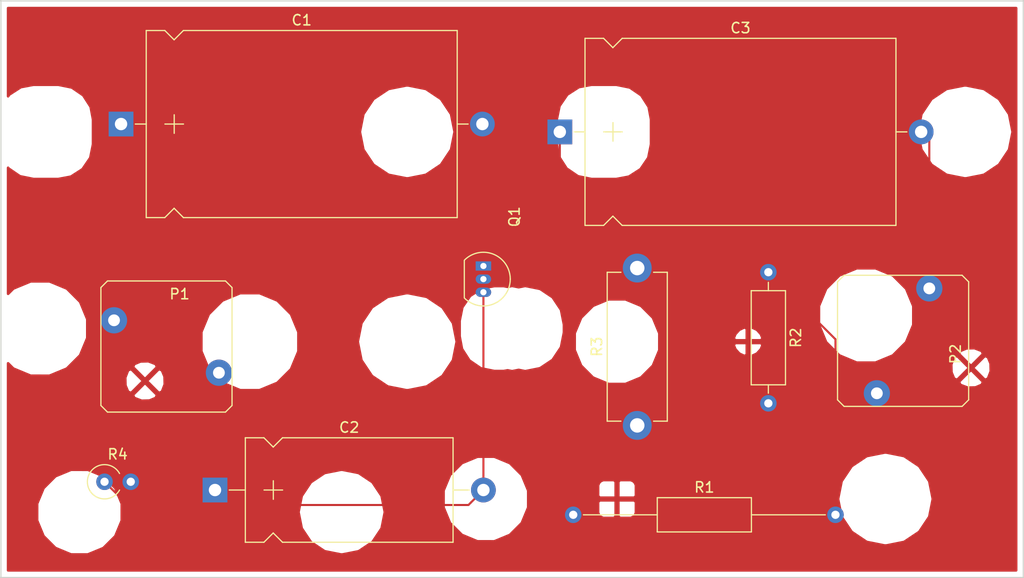
<source format=kicad_pcb>
(kicad_pcb (version 4) (host pcbnew 4.0.5)

  (general
    (links 14)
    (no_connects 0)
    (area 133.274999 64.605 232.485001 125.445)
    (thickness 1.6)
    (drawings 4)
    (tracks 30)
    (zones 0)
    (modules 10)
    (nets 8)
  )

  (page A4)
  (title_block
    (title Single_Transistor_Amplifier)
    (date 2017-05-24)
    (rev V1.0)
    (company A.UZEL)
    (comment 1 "Abdurrahman UZEL")
  )

  (layers
    (0 F.Cu signal)
    (31 B.Cu signal)
    (32 B.Adhes user)
    (33 F.Adhes user)
    (34 B.Paste user)
    (35 F.Paste user)
    (36 B.SilkS user)
    (37 F.SilkS user)
    (38 B.Mask user)
    (39 F.Mask user)
    (40 Dwgs.User user)
    (41 Cmts.User user)
    (42 Eco1.User user)
    (43 Eco2.User user)
    (44 Edge.Cuts user)
    (45 Margin user)
    (46 B.CrtYd user)
    (47 F.CrtYd user)
    (48 B.Fab user)
    (49 F.Fab user)
  )

  (setup
    (last_trace_width 0.2)
    (trace_clearance 0.15)
    (zone_clearance 0.508)
    (zone_45_only no)
    (trace_min 0.2)
    (segment_width 0.2)
    (edge_width 0.15)
    (via_size 15.24)
    (via_drill 10.16)
    (via_min_size 0.4)
    (via_min_drill 0.3)
    (uvia_size 7.62)
    (uvia_drill 2.54)
    (uvias_allowed no)
    (uvia_min_size 0.2)
    (uvia_min_drill 0.1)
    (pcb_text_width 0.3)
    (pcb_text_size 1.5 1.5)
    (mod_edge_width 0.15)
    (mod_text_size 1 1)
    (mod_text_width 0.15)
    (pad_size 1.524 1.524)
    (pad_drill 0.762)
    (pad_to_mask_clearance 0.2)
    (aux_axis_origin 0 0)
    (visible_elements 7FFFEFFF)
    (pcbplotparams
      (layerselection 0x00030_80000001)
      (usegerberextensions false)
      (excludeedgelayer true)
      (linewidth 0.100000)
      (plotframeref false)
      (viasonmask false)
      (mode 1)
      (useauxorigin false)
      (hpglpennumber 1)
      (hpglpenspeed 20)
      (hpglpendiameter 15)
      (hpglpenoverlay 2)
      (psnegative false)
      (psa4output false)
      (plotreference true)
      (plotvalue true)
      (plotinvisibletext false)
      (padsonsilk false)
      (subtractmaskfromsilk false)
      (outputformat 1)
      (mirror false)
      (drillshape 1)
      (scaleselection 1)
      (outputdirectory ""))
  )

  (net 0 "")
  (net 1 "Net-(C1-Pad1)")
  (net 2 "Net-(C1-Pad2)")
  (net 3 GND)
  (net 4 "Net-(C2-Pad2)")
  (net 5 "Net-(C3-Pad1)")
  (net 6 "Net-(C3-Pad2)")
  (net 7 +12V)

  (net_class Default "This is the default net class."
    (clearance 0.15)
    (trace_width 0.2)
    (via_dia 15.24)
    (via_drill 10.16)
    (uvia_dia 7.62)
    (uvia_drill 2.54)
    (add_net +12V)
    (add_net GND)
    (add_net "Net-(C1-Pad1)")
    (add_net "Net-(C1-Pad2)")
    (add_net "Net-(C2-Pad2)")
    (add_net "Net-(C3-Pad1)")
    (add_net "Net-(C3-Pad2)")
  )

  (net_class Power ""
    (clearance 3.81)
    (trace_width 6.35)
    (via_dia 15.24)
    (via_drill 10.16)
    (uvia_dia 7.62)
    (uvia_drill 2.54)
  )

  (module Resistors_THT:R_Axial_DIN0614_L14.3mm_D5.7mm_P15.24mm_Horizontal (layer F.Cu) (tedit 5874F706) (tstamp 5925DF2F)
    (at 195 108.44 90)
    (descr "Resistor, Axial_DIN0614 series, Axial, Horizontal, pin pitch=15.24mm, 1.5W, length*diameter=14.3*5.7mm^2")
    (tags "Resistor Axial_DIN0614 series Axial Horizontal pin pitch 15.24mm 1.5W length 14.3mm diameter 5.7mm")
    (path /58D39666)
    (fp_text reference R3 (at 7.62 -3.91 90) (layer F.SilkS)
      (effects (font (size 1 1) (thickness 0.15)))
    )
    (fp_text value 4.7k (at 7.62 3.91 90) (layer F.Fab)
      (effects (font (size 1 1) (thickness 0.15)))
    )
    (fp_line (start 0.47 -2.85) (end 0.47 2.85) (layer F.Fab) (width 0.1))
    (fp_line (start 0.47 2.85) (end 14.77 2.85) (layer F.Fab) (width 0.1))
    (fp_line (start 14.77 2.85) (end 14.77 -2.85) (layer F.Fab) (width 0.1))
    (fp_line (start 14.77 -2.85) (end 0.47 -2.85) (layer F.Fab) (width 0.1))
    (fp_line (start 0 0) (end 0.47 0) (layer F.Fab) (width 0.1))
    (fp_line (start 15.24 0) (end 14.77 0) (layer F.Fab) (width 0.1))
    (fp_line (start 0.41 -1.58) (end 0.41 -2.91) (layer F.SilkS) (width 0.12))
    (fp_line (start 0.41 -2.91) (end 14.83 -2.91) (layer F.SilkS) (width 0.12))
    (fp_line (start 14.83 -2.91) (end 14.83 -1.58) (layer F.SilkS) (width 0.12))
    (fp_line (start 0.41 1.58) (end 0.41 2.91) (layer F.SilkS) (width 0.12))
    (fp_line (start 0.41 2.91) (end 14.83 2.91) (layer F.SilkS) (width 0.12))
    (fp_line (start 14.83 2.91) (end 14.83 1.58) (layer F.SilkS) (width 0.12))
    (fp_line (start -1.65 -3.2) (end -1.65 3.2) (layer F.CrtYd) (width 0.05))
    (fp_line (start -1.65 3.2) (end 16.9 3.2) (layer F.CrtYd) (width 0.05))
    (fp_line (start 16.9 3.2) (end 16.9 -3.2) (layer F.CrtYd) (width 0.05))
    (fp_line (start 16.9 -3.2) (end -1.65 -3.2) (layer F.CrtYd) (width 0.05))
    (pad 1 thru_hole circle (at 0 0 90) (size 2.8 2.8) (drill 1.4) (layers *.Cu *.Mask)
      (net 7 +12V))
    (pad 2 thru_hole oval (at 15.24 0 90) (size 2.8 2.8) (drill 1.4) (layers *.Cu *.Mask)
      (net 5 "Net-(C3-Pad1)"))
    (model Resistors_THT.3dshapes/R_Axial_DIN0614_L14.3mm_D5.7mm_P15.24mm_Horizontal.wrl
      (at (xyz 0 0 0))
      (scale (xyz 0.393701 0.393701 0.393701))
      (rotate (xyz 0 0 0))
    )
  )

  (module Capacitors_THT:CP_Axial_L30.0mm_D18.0mm_P35.00mm_Horizontal (layer F.Cu) (tedit 5920C254) (tstamp 5925DE71)
    (at 145 79.25)
    (descr "CP, Axial series, Axial, Horizontal, pin pitch=35mm, , length*diameter=30*18mm^2, Electrolytic Capacitor, , http://www.vishay.com/docs/28325/021asm.pdf")
    (tags "CP Axial series Axial Horizontal pin pitch 35mm  length 30mm diameter 18mm Electrolytic Capacitor")
    (path /58D39819)
    (fp_text reference C1 (at 17.5 -10.06) (layer F.SilkS)
      (effects (font (size 1 1) (thickness 0.15)))
    )
    (fp_text value 20uF (at 17.5 10.06) (layer F.Fab)
      (effects (font (size 1 1) (thickness 0.15)))
    )
    (fp_text user %R (at 17.5 0) (layer F.Fab)
      (effects (font (size 1 1) (thickness 0.15)))
    )
    (fp_line (start 2.5 -9) (end 2.5 9) (layer F.Fab) (width 0.1))
    (fp_line (start 32.5 -9) (end 32.5 9) (layer F.Fab) (width 0.1))
    (fp_line (start 2.5 -9) (end 4.24 -9) (layer F.Fab) (width 0.1))
    (fp_line (start 4.24 -9) (end 5.14 -8.1) (layer F.Fab) (width 0.1))
    (fp_line (start 5.14 -8.1) (end 6.04 -9) (layer F.Fab) (width 0.1))
    (fp_line (start 6.04 -9) (end 32.5 -9) (layer F.Fab) (width 0.1))
    (fp_line (start 2.5 9) (end 4.24 9) (layer F.Fab) (width 0.1))
    (fp_line (start 4.24 9) (end 5.14 8.1) (layer F.Fab) (width 0.1))
    (fp_line (start 5.14 8.1) (end 6.04 9) (layer F.Fab) (width 0.1))
    (fp_line (start 6.04 9) (end 32.5 9) (layer F.Fab) (width 0.1))
    (fp_line (start 0 0) (end 2.5 0) (layer F.Fab) (width 0.1))
    (fp_line (start 35 0) (end 32.5 0) (layer F.Fab) (width 0.1))
    (fp_line (start 4.25 0) (end 6.05 0) (layer F.Fab) (width 0.1))
    (fp_line (start 5.15 -0.9) (end 5.15 0.9) (layer F.Fab) (width 0.1))
    (fp_line (start 4.25 0) (end 6.05 0) (layer F.SilkS) (width 0.12))
    (fp_line (start 5.15 -0.9) (end 5.15 0.9) (layer F.SilkS) (width 0.12))
    (fp_line (start 2.44 -9.06) (end 2.44 9.06) (layer F.SilkS) (width 0.12))
    (fp_line (start 32.56 -9.06) (end 32.56 9.06) (layer F.SilkS) (width 0.12))
    (fp_line (start 2.44 -9.06) (end 4.24 -9.06) (layer F.SilkS) (width 0.12))
    (fp_line (start 4.24 -9.06) (end 5.14 -8.16) (layer F.SilkS) (width 0.12))
    (fp_line (start 5.14 -8.16) (end 6.04 -9.06) (layer F.SilkS) (width 0.12))
    (fp_line (start 6.04 -9.06) (end 32.56 -9.06) (layer F.SilkS) (width 0.12))
    (fp_line (start 2.44 9.06) (end 4.24 9.06) (layer F.SilkS) (width 0.12))
    (fp_line (start 4.24 9.06) (end 5.14 8.16) (layer F.SilkS) (width 0.12))
    (fp_line (start 5.14 8.16) (end 6.04 9.06) (layer F.SilkS) (width 0.12))
    (fp_line (start 6.04 9.06) (end 32.56 9.06) (layer F.SilkS) (width 0.12))
    (fp_line (start 1.38 0) (end 2.44 0) (layer F.SilkS) (width 0.12))
    (fp_line (start 33.62 0) (end 32.56 0) (layer F.SilkS) (width 0.12))
    (fp_line (start -1.45 -9.35) (end -1.45 9.35) (layer F.CrtYd) (width 0.05))
    (fp_line (start -1.45 9.35) (end 36.45 9.35) (layer F.CrtYd) (width 0.05))
    (fp_line (start 36.45 9.35) (end 36.45 -9.35) (layer F.CrtYd) (width 0.05))
    (fp_line (start 36.45 -9.35) (end -1.45 -9.35) (layer F.CrtYd) (width 0.05))
    (pad 1 thru_hole rect (at 0 0) (size 2.4 2.4) (drill 1.2) (layers *.Cu *.Mask)
      (net 1 "Net-(C1-Pad1)"))
    (pad 2 thru_hole oval (at 35 0) (size 2.4 2.4) (drill 1.2) (layers *.Cu *.Mask)
      (net 2 "Net-(C1-Pad2)"))
    (model ${KISYS3DMOD}/Capacitors_THT.3dshapes/CP_Axial_L30.0mm_D18.0mm_P35.00mm_Horizontal.wrl
      (at (xyz 0 0 0))
      (scale (xyz 0.393701 0.393701 0.393701))
      (rotate (xyz 0 0 0))
    )
  )

  (module Capacitors_THT:CP_Axial_L20.0mm_D10.0mm_P26.00mm_Horizontal (layer F.Cu) (tedit 5920C254) (tstamp 5925DE98)
    (at 154.1 114.7)
    (descr "CP, Axial series, Axial, Horizontal, pin pitch=26mm, , length*diameter=20*10mm^2, Electrolytic Capacitor, , http://www.kemet.com/Lists/ProductCatalog/Attachments/424/KEM_AC102.pdf")
    (tags "CP Axial series Axial Horizontal pin pitch 26mm  length 20mm diameter 10mm Electrolytic Capacitor")
    (path /58D3998E)
    (fp_text reference C2 (at 13 -6.06) (layer F.SilkS)
      (effects (font (size 1 1) (thickness 0.15)))
    )
    (fp_text value 50uF (at 13 6.06) (layer F.Fab)
      (effects (font (size 1 1) (thickness 0.15)))
    )
    (fp_text user %R (at 13 0) (layer F.Fab)
      (effects (font (size 1 1) (thickness 0.15)))
    )
    (fp_line (start 3 -5) (end 3 5) (layer F.Fab) (width 0.1))
    (fp_line (start 23 -5) (end 23 5) (layer F.Fab) (width 0.1))
    (fp_line (start 3 -5) (end 4.74 -5) (layer F.Fab) (width 0.1))
    (fp_line (start 4.74 -5) (end 5.64 -4.1) (layer F.Fab) (width 0.1))
    (fp_line (start 5.64 -4.1) (end 6.54 -5) (layer F.Fab) (width 0.1))
    (fp_line (start 6.54 -5) (end 23 -5) (layer F.Fab) (width 0.1))
    (fp_line (start 3 5) (end 4.74 5) (layer F.Fab) (width 0.1))
    (fp_line (start 4.74 5) (end 5.64 4.1) (layer F.Fab) (width 0.1))
    (fp_line (start 5.64 4.1) (end 6.54 5) (layer F.Fab) (width 0.1))
    (fp_line (start 6.54 5) (end 23 5) (layer F.Fab) (width 0.1))
    (fp_line (start 0 0) (end 3 0) (layer F.Fab) (width 0.1))
    (fp_line (start 26 0) (end 23 0) (layer F.Fab) (width 0.1))
    (fp_line (start 4.75 0) (end 6.55 0) (layer F.Fab) (width 0.1))
    (fp_line (start 5.65 -0.9) (end 5.65 0.9) (layer F.Fab) (width 0.1))
    (fp_line (start 4.75 0) (end 6.55 0) (layer F.SilkS) (width 0.12))
    (fp_line (start 5.65 -0.9) (end 5.65 0.9) (layer F.SilkS) (width 0.12))
    (fp_line (start 2.94 -5.06) (end 2.94 5.06) (layer F.SilkS) (width 0.12))
    (fp_line (start 23.06 -5.06) (end 23.06 5.06) (layer F.SilkS) (width 0.12))
    (fp_line (start 2.94 -5.06) (end 4.74 -5.06) (layer F.SilkS) (width 0.12))
    (fp_line (start 4.74 -5.06) (end 5.64 -4.16) (layer F.SilkS) (width 0.12))
    (fp_line (start 5.64 -4.16) (end 6.54 -5.06) (layer F.SilkS) (width 0.12))
    (fp_line (start 6.54 -5.06) (end 23.06 -5.06) (layer F.SilkS) (width 0.12))
    (fp_line (start 2.94 5.06) (end 4.74 5.06) (layer F.SilkS) (width 0.12))
    (fp_line (start 4.74 5.06) (end 5.64 4.16) (layer F.SilkS) (width 0.12))
    (fp_line (start 5.64 4.16) (end 6.54 5.06) (layer F.SilkS) (width 0.12))
    (fp_line (start 6.54 5.06) (end 23.06 5.06) (layer F.SilkS) (width 0.12))
    (fp_line (start 1.38 0) (end 2.94 0) (layer F.SilkS) (width 0.12))
    (fp_line (start 24.62 0) (end 23.06 0) (layer F.SilkS) (width 0.12))
    (fp_line (start -1.45 -5.35) (end -1.45 5.35) (layer F.CrtYd) (width 0.05))
    (fp_line (start -1.45 5.35) (end 27.45 5.35) (layer F.CrtYd) (width 0.05))
    (fp_line (start 27.45 5.35) (end 27.45 -5.35) (layer F.CrtYd) (width 0.05))
    (fp_line (start 27.45 -5.35) (end -1.45 -5.35) (layer F.CrtYd) (width 0.05))
    (pad 1 thru_hole rect (at 0 0) (size 2.4 2.4) (drill 1.2) (layers *.Cu *.Mask)
      (net 3 GND))
    (pad 2 thru_hole oval (at 26 0) (size 2.4 2.4) (drill 1.2) (layers *.Cu *.Mask)
      (net 4 "Net-(C2-Pad2)"))
    (model ${KISYS3DMOD}/Capacitors_THT.3dshapes/CP_Axial_L20.0mm_D10.0mm_P26.00mm_Horizontal.wrl
      (at (xyz 0 0 0))
      (scale (xyz 0.393701 0.393701 0.393701))
      (rotate (xyz 0 0 0))
    )
  )

  (module Capacitors_THT:CP_Axial_L30.0mm_D18.0mm_P35.00mm_Horizontal (layer F.Cu) (tedit 5920C254) (tstamp 5925DEBF)
    (at 187.5 80.01)
    (descr "CP, Axial series, Axial, Horizontal, pin pitch=35mm, , length*diameter=30*18mm^2, Electrolytic Capacitor, , http://www.vishay.com/docs/28325/021asm.pdf")
    (tags "CP Axial series Axial Horizontal pin pitch 35mm  length 30mm diameter 18mm Electrolytic Capacitor")
    (path /58D398A2)
    (fp_text reference C3 (at 17.5 -10.06) (layer F.SilkS)
      (effects (font (size 1 1) (thickness 0.15)))
    )
    (fp_text value 20uF (at 17.5 10.06) (layer F.Fab)
      (effects (font (size 1 1) (thickness 0.15)))
    )
    (fp_text user %R (at 17.5 0) (layer F.Fab)
      (effects (font (size 1 1) (thickness 0.15)))
    )
    (fp_line (start 2.5 -9) (end 2.5 9) (layer F.Fab) (width 0.1))
    (fp_line (start 32.5 -9) (end 32.5 9) (layer F.Fab) (width 0.1))
    (fp_line (start 2.5 -9) (end 4.24 -9) (layer F.Fab) (width 0.1))
    (fp_line (start 4.24 -9) (end 5.14 -8.1) (layer F.Fab) (width 0.1))
    (fp_line (start 5.14 -8.1) (end 6.04 -9) (layer F.Fab) (width 0.1))
    (fp_line (start 6.04 -9) (end 32.5 -9) (layer F.Fab) (width 0.1))
    (fp_line (start 2.5 9) (end 4.24 9) (layer F.Fab) (width 0.1))
    (fp_line (start 4.24 9) (end 5.14 8.1) (layer F.Fab) (width 0.1))
    (fp_line (start 5.14 8.1) (end 6.04 9) (layer F.Fab) (width 0.1))
    (fp_line (start 6.04 9) (end 32.5 9) (layer F.Fab) (width 0.1))
    (fp_line (start 0 0) (end 2.5 0) (layer F.Fab) (width 0.1))
    (fp_line (start 35 0) (end 32.5 0) (layer F.Fab) (width 0.1))
    (fp_line (start 4.25 0) (end 6.05 0) (layer F.Fab) (width 0.1))
    (fp_line (start 5.15 -0.9) (end 5.15 0.9) (layer F.Fab) (width 0.1))
    (fp_line (start 4.25 0) (end 6.05 0) (layer F.SilkS) (width 0.12))
    (fp_line (start 5.15 -0.9) (end 5.15 0.9) (layer F.SilkS) (width 0.12))
    (fp_line (start 2.44 -9.06) (end 2.44 9.06) (layer F.SilkS) (width 0.12))
    (fp_line (start 32.56 -9.06) (end 32.56 9.06) (layer F.SilkS) (width 0.12))
    (fp_line (start 2.44 -9.06) (end 4.24 -9.06) (layer F.SilkS) (width 0.12))
    (fp_line (start 4.24 -9.06) (end 5.14 -8.16) (layer F.SilkS) (width 0.12))
    (fp_line (start 5.14 -8.16) (end 6.04 -9.06) (layer F.SilkS) (width 0.12))
    (fp_line (start 6.04 -9.06) (end 32.56 -9.06) (layer F.SilkS) (width 0.12))
    (fp_line (start 2.44 9.06) (end 4.24 9.06) (layer F.SilkS) (width 0.12))
    (fp_line (start 4.24 9.06) (end 5.14 8.16) (layer F.SilkS) (width 0.12))
    (fp_line (start 5.14 8.16) (end 6.04 9.06) (layer F.SilkS) (width 0.12))
    (fp_line (start 6.04 9.06) (end 32.56 9.06) (layer F.SilkS) (width 0.12))
    (fp_line (start 1.38 0) (end 2.44 0) (layer F.SilkS) (width 0.12))
    (fp_line (start 33.62 0) (end 32.56 0) (layer F.SilkS) (width 0.12))
    (fp_line (start -1.45 -9.35) (end -1.45 9.35) (layer F.CrtYd) (width 0.05))
    (fp_line (start -1.45 9.35) (end 36.45 9.35) (layer F.CrtYd) (width 0.05))
    (fp_line (start 36.45 9.35) (end 36.45 -9.35) (layer F.CrtYd) (width 0.05))
    (fp_line (start 36.45 -9.35) (end -1.45 -9.35) (layer F.CrtYd) (width 0.05))
    (pad 1 thru_hole rect (at 0 0) (size 2.4 2.4) (drill 1.2) (layers *.Cu *.Mask)
      (net 5 "Net-(C3-Pad1)"))
    (pad 2 thru_hole oval (at 35 0) (size 2.4 2.4) (drill 1.2) (layers *.Cu *.Mask)
      (net 6 "Net-(C3-Pad2)"))
    (model ${KISYS3DMOD}/Capacitors_THT.3dshapes/CP_Axial_L30.0mm_D18.0mm_P35.00mm_Horizontal.wrl
      (at (xyz 0 0 0))
      (scale (xyz 0.393701 0.393701 0.393701))
      (rotate (xyz 0 0 0))
    )
  )

  (module Buttons_Switches_THT:SW_PUSH (layer F.Cu) (tedit 0) (tstamp 5925DECD)
    (at 149.4 100.8)
    (descr "Bouton poussoir")
    (tags "SWITCH DEV")
    (path /58D39BD1)
    (fp_text reference P1 (at 1.27 -5.08) (layer F.SilkS)
      (effects (font (size 1 1) (thickness 0.15)))
    )
    (fp_text value SIGNAL_IN (at 0 0) (layer F.Fab)
      (effects (font (size 1 1) (thickness 0.15)))
    )
    (fp_line (start 6.35 -5.715) (end 6.35 5.715) (layer F.SilkS) (width 0.12))
    (fp_line (start 6.35 5.715) (end 5.715 6.35) (layer F.SilkS) (width 0.12))
    (fp_line (start 5.715 6.35) (end -5.715 6.35) (layer F.SilkS) (width 0.12))
    (fp_line (start -5.715 6.35) (end -6.35 5.715) (layer F.SilkS) (width 0.12))
    (fp_line (start -6.35 5.715) (end -6.35 -5.715) (layer F.SilkS) (width 0.12))
    (fp_line (start -5.715 -6.35) (end 5.715 -6.35) (layer F.SilkS) (width 0.12))
    (fp_line (start 5.715 -6.35) (end 6.35 -5.715) (layer F.SilkS) (width 0.12))
    (fp_line (start -6.35 -5.715) (end -5.715 -6.35) (layer F.SilkS) (width 0.12))
    (pad 1 thru_hole circle (at -5.08 -2.54) (size 2.54 2.54) (drill 1.143) (layers *.Cu *.Mask)
      (net 1 "Net-(C1-Pad1)"))
    (pad 2 thru_hole circle (at 5.08 2.54) (size 2.54 2.54) (drill 1.143) (layers *.Cu *.Mask)
      (net 3 GND))
    (model Buttons_Switches_THT.3dshapes/SW_PUSH.wrl
      (at (xyz 0 0 0))
      (scale (xyz 1 1 1))
      (rotate (xyz 0 0 0))
    )
  )

  (module Buttons_Switches_THT:SW_PUSH (layer F.Cu) (tedit 0) (tstamp 5925DEDB)
    (at 220.75 100.25 270)
    (descr "Bouton poussoir")
    (tags "SWITCH DEV")
    (path /58D39C5C)
    (fp_text reference P2 (at 1.27 -5.08 270) (layer F.SilkS)
      (effects (font (size 1 1) (thickness 0.15)))
    )
    (fp_text value SIGNAL_OUT (at 0 0 270) (layer F.Fab)
      (effects (font (size 1 1) (thickness 0.15)))
    )
    (fp_line (start 6.35 -5.715) (end 6.35 5.715) (layer F.SilkS) (width 0.12))
    (fp_line (start 6.35 5.715) (end 5.715 6.35) (layer F.SilkS) (width 0.12))
    (fp_line (start 5.715 6.35) (end -5.715 6.35) (layer F.SilkS) (width 0.12))
    (fp_line (start -5.715 6.35) (end -6.35 5.715) (layer F.SilkS) (width 0.12))
    (fp_line (start -6.35 5.715) (end -6.35 -5.715) (layer F.SilkS) (width 0.12))
    (fp_line (start -5.715 -6.35) (end 5.715 -6.35) (layer F.SilkS) (width 0.12))
    (fp_line (start 5.715 -6.35) (end 6.35 -5.715) (layer F.SilkS) (width 0.12))
    (fp_line (start -6.35 -5.715) (end -5.715 -6.35) (layer F.SilkS) (width 0.12))
    (pad 1 thru_hole circle (at -5.08 -2.54 270) (size 2.54 2.54) (drill 1.143) (layers *.Cu *.Mask)
      (net 6 "Net-(C3-Pad2)"))
    (pad 2 thru_hole circle (at 5.08 2.54 270) (size 2.54 2.54) (drill 1.143) (layers *.Cu *.Mask)
      (net 3 GND))
    (model Buttons_Switches_THT.3dshapes/SW_PUSH.wrl
      (at (xyz 0 0 0))
      (scale (xyz 1 1 1))
      (rotate (xyz 0 0 0))
    )
  )

  (module TO_SOT_Packages_THT:TO-92_Inline_Narrow_Oval (layer F.Cu) (tedit 58CE52AF) (tstamp 5925DEED)
    (at 180.1 93 270)
    (descr "TO-92 leads in-line, narrow, oval pads, drill 0.6mm (see NXP sot054_po.pdf)")
    (tags "to-92 sc-43 sc-43a sot54 PA33 transistor")
    (path /58D395D5)
    (fp_text reference Q1 (at -4.77 -3 270) (layer F.SilkS)
      (effects (font (size 1 1) (thickness 0.15)))
    )
    (fp_text value BC548 (at -3.77 3.75 270) (layer F.Fab)
      (effects (font (size 1 1) (thickness 0.15)))
    )
    (fp_text user %R (at -4.77 -1.25 270) (layer F.Fab)
      (effects (font (size 1 1) (thickness 0.15)))
    )
    (fp_line (start -0.53 1.85) (end 3.07 1.85) (layer F.SilkS) (width 0.12))
    (fp_line (start -0.5 1.75) (end 3 1.75) (layer F.Fab) (width 0.1))
    (fp_line (start -1.46 -2.73) (end 4 -2.73) (layer F.CrtYd) (width 0.05))
    (fp_line (start -1.46 -2.73) (end -1.46 2.01) (layer F.CrtYd) (width 0.05))
    (fp_line (start 4 2.01) (end 4 -2.73) (layer F.CrtYd) (width 0.05))
    (fp_line (start 4 2.01) (end -1.46 2.01) (layer F.CrtYd) (width 0.05))
    (fp_arc (start 1.27 0) (end 1.27 -2.48) (angle 135) (layer F.Fab) (width 0.1))
    (fp_arc (start 1.27 0) (end 1.27 -2.6) (angle -135) (layer F.SilkS) (width 0.12))
    (fp_arc (start 1.27 0) (end 1.27 -2.48) (angle -135) (layer F.Fab) (width 0.1))
    (fp_arc (start 1.27 0) (end 1.27 -2.6) (angle 135) (layer F.SilkS) (width 0.12))
    (pad 2 thru_hole oval (at 1.27 0 90) (size 0.9 1.5) (drill 0.6) (layers *.Cu *.Mask)
      (net 2 "Net-(C1-Pad2)"))
    (pad 3 thru_hole oval (at 2.54 0 90) (size 0.9 1.5) (drill 0.6) (layers *.Cu *.Mask)
      (net 4 "Net-(C2-Pad2)"))
    (pad 1 thru_hole rect (at 0 0 90) (size 0.9 1.5) (drill 0.6) (layers *.Cu *.Mask)
      (net 5 "Net-(C3-Pad1)"))
    (model ${KISYS3DMOD}/TO_SOT_Packages_THT.3dshapes/TO-92_Inline_Narrow_Oval.wrl
      (at (xyz 0.05 0 0))
      (scale (xyz 1 1 1))
      (rotate (xyz 0 0 -90))
    )
  )

  (module Resistors_THT:R_Axial_DIN0309_L9.0mm_D3.2mm_P25.40mm_Horizontal (layer F.Cu) (tedit 5874F706) (tstamp 5925DF03)
    (at 188.8 117.1)
    (descr "Resistor, Axial_DIN0309 series, Axial, Horizontal, pin pitch=25.4mm, 0.5W = 1/2W, length*diameter=9*3.2mm^2, http://cdn-reichelt.de/documents/datenblatt/B400/1_4W%23YAG.pdf")
    (tags "Resistor Axial_DIN0309 series Axial Horizontal pin pitch 25.4mm 0.5W = 1/2W length 9mm diameter 3.2mm")
    (path /58D3970A)
    (fp_text reference R1 (at 12.7 -2.66) (layer F.SilkS)
      (effects (font (size 1 1) (thickness 0.15)))
    )
    (fp_text value 22k (at 12.7 2.66) (layer F.Fab)
      (effects (font (size 1 1) (thickness 0.15)))
    )
    (fp_line (start 8.2 -1.6) (end 8.2 1.6) (layer F.Fab) (width 0.1))
    (fp_line (start 8.2 1.6) (end 17.2 1.6) (layer F.Fab) (width 0.1))
    (fp_line (start 17.2 1.6) (end 17.2 -1.6) (layer F.Fab) (width 0.1))
    (fp_line (start 17.2 -1.6) (end 8.2 -1.6) (layer F.Fab) (width 0.1))
    (fp_line (start 0 0) (end 8.2 0) (layer F.Fab) (width 0.1))
    (fp_line (start 25.4 0) (end 17.2 0) (layer F.Fab) (width 0.1))
    (fp_line (start 8.14 -1.66) (end 8.14 1.66) (layer F.SilkS) (width 0.12))
    (fp_line (start 8.14 1.66) (end 17.26 1.66) (layer F.SilkS) (width 0.12))
    (fp_line (start 17.26 1.66) (end 17.26 -1.66) (layer F.SilkS) (width 0.12))
    (fp_line (start 17.26 -1.66) (end 8.14 -1.66) (layer F.SilkS) (width 0.12))
    (fp_line (start 0.98 0) (end 8.14 0) (layer F.SilkS) (width 0.12))
    (fp_line (start 24.42 0) (end 17.26 0) (layer F.SilkS) (width 0.12))
    (fp_line (start -1.05 -1.95) (end -1.05 1.95) (layer F.CrtYd) (width 0.05))
    (fp_line (start -1.05 1.95) (end 26.45 1.95) (layer F.CrtYd) (width 0.05))
    (fp_line (start 26.45 1.95) (end 26.45 -1.95) (layer F.CrtYd) (width 0.05))
    (fp_line (start 26.45 -1.95) (end -1.05 -1.95) (layer F.CrtYd) (width 0.05))
    (pad 1 thru_hole circle (at 0 0) (size 1.6 1.6) (drill 0.8) (layers *.Cu *.Mask)
      (net 7 +12V))
    (pad 2 thru_hole oval (at 25.4 0) (size 1.6 1.6) (drill 0.8) (layers *.Cu *.Mask)
      (net 2 "Net-(C1-Pad2)"))
    (model Resistors_THT.3dshapes/R_Axial_DIN0309_L9.0mm_D3.2mm_P25.40mm_Horizontal.wrl
      (at (xyz 0 0 0))
      (scale (xyz 0.393701 0.393701 0.393701))
      (rotate (xyz 0 0 0))
    )
  )

  (module Resistors_THT:R_Axial_DIN0309_L9.0mm_D3.2mm_P12.70mm_Horizontal (layer F.Cu) (tedit 5874F706) (tstamp 5925DF19)
    (at 207.7 93.6 270)
    (descr "Resistor, Axial_DIN0309 series, Axial, Horizontal, pin pitch=12.7mm, 0.5W = 1/2W, length*diameter=9*3.2mm^2, http://cdn-reichelt.de/documents/datenblatt/B400/1_4W%23YAG.pdf")
    (tags "Resistor Axial_DIN0309 series Axial Horizontal pin pitch 12.7mm 0.5W = 1/2W length 9mm diameter 3.2mm")
    (path /58D3976F)
    (fp_text reference R2 (at 6.35 -2.66 270) (layer F.SilkS)
      (effects (font (size 1 1) (thickness 0.15)))
    )
    (fp_text value 6.8k (at 6.35 2.66 270) (layer F.Fab)
      (effects (font (size 1 1) (thickness 0.15)))
    )
    (fp_line (start 1.85 -1.6) (end 1.85 1.6) (layer F.Fab) (width 0.1))
    (fp_line (start 1.85 1.6) (end 10.85 1.6) (layer F.Fab) (width 0.1))
    (fp_line (start 10.85 1.6) (end 10.85 -1.6) (layer F.Fab) (width 0.1))
    (fp_line (start 10.85 -1.6) (end 1.85 -1.6) (layer F.Fab) (width 0.1))
    (fp_line (start 0 0) (end 1.85 0) (layer F.Fab) (width 0.1))
    (fp_line (start 12.7 0) (end 10.85 0) (layer F.Fab) (width 0.1))
    (fp_line (start 1.79 -1.66) (end 1.79 1.66) (layer F.SilkS) (width 0.12))
    (fp_line (start 1.79 1.66) (end 10.91 1.66) (layer F.SilkS) (width 0.12))
    (fp_line (start 10.91 1.66) (end 10.91 -1.66) (layer F.SilkS) (width 0.12))
    (fp_line (start 10.91 -1.66) (end 1.79 -1.66) (layer F.SilkS) (width 0.12))
    (fp_line (start 0.98 0) (end 1.79 0) (layer F.SilkS) (width 0.12))
    (fp_line (start 11.72 0) (end 10.91 0) (layer F.SilkS) (width 0.12))
    (fp_line (start -1.05 -1.95) (end -1.05 1.95) (layer F.CrtYd) (width 0.05))
    (fp_line (start -1.05 1.95) (end 13.75 1.95) (layer F.CrtYd) (width 0.05))
    (fp_line (start 13.75 1.95) (end 13.75 -1.95) (layer F.CrtYd) (width 0.05))
    (fp_line (start 13.75 -1.95) (end -1.05 -1.95) (layer F.CrtYd) (width 0.05))
    (pad 1 thru_hole circle (at 0 0 270) (size 1.6 1.6) (drill 0.8) (layers *.Cu *.Mask)
      (net 2 "Net-(C1-Pad2)"))
    (pad 2 thru_hole oval (at 12.7 0 270) (size 1.6 1.6) (drill 0.8) (layers *.Cu *.Mask)
      (net 3 GND))
    (model Resistors_THT.3dshapes/R_Axial_DIN0309_L9.0mm_D3.2mm_P12.70mm_Horizontal.wrl
      (at (xyz 0 0 0))
      (scale (xyz 0.393701 0.393701 0.393701))
      (rotate (xyz 0 0 0))
    )
  )

  (module Resistors_THT:R_Axial_DIN0309_L9.0mm_D3.2mm_P2.54mm_Vertical (layer F.Cu) (tedit 5874F706) (tstamp 5925DF3C)
    (at 143.4 113.9)
    (descr "Resistor, Axial_DIN0309 series, Axial, Vertical, pin pitch=2.54mm, 0.5W = 1/2W, length*diameter=9*3.2mm^2, http://cdn-reichelt.de/documents/datenblatt/B400/1_4W%23YAG.pdf")
    (tags "Resistor Axial_DIN0309 series Axial Vertical pin pitch 2.54mm 0.5W = 1/2W length 9mm diameter 3.2mm")
    (path /58D397D6)
    (fp_text reference R4 (at 1.27 -2.66) (layer F.SilkS)
      (effects (font (size 1 1) (thickness 0.15)))
    )
    (fp_text value 1.8k (at 1.27 2.66) (layer F.Fab)
      (effects (font (size 1 1) (thickness 0.15)))
    )
    (fp_arc (start 0 0) (end 1.45451 -0.8) (angle -302.4) (layer F.SilkS) (width 0.12))
    (fp_circle (center 0 0) (end 1.6 0) (layer F.Fab) (width 0.1))
    (fp_line (start 0 0) (end 2.54 0) (layer F.Fab) (width 0.1))
    (fp_line (start -1.95 -1.95) (end -1.95 1.95) (layer F.CrtYd) (width 0.05))
    (fp_line (start -1.95 1.95) (end 3.65 1.95) (layer F.CrtYd) (width 0.05))
    (fp_line (start 3.65 1.95) (end 3.65 -1.95) (layer F.CrtYd) (width 0.05))
    (fp_line (start 3.65 -1.95) (end -1.95 -1.95) (layer F.CrtYd) (width 0.05))
    (pad 1 thru_hole circle (at 0 0) (size 1.6 1.6) (drill 0.8) (layers *.Cu *.Mask)
      (net 4 "Net-(C2-Pad2)"))
    (pad 2 thru_hole oval (at 2.54 0) (size 1.6 1.6) (drill 0.8) (layers *.Cu *.Mask)
      (net 3 GND))
    (model Resistors_THT.3dshapes/R_Axial_DIN0309_L9.0mm_D3.2mm_P2.54mm_Vertical.wrl
      (at (xyz 0 0 0))
      (scale (xyz 0.393701 0.393701 0.393701))
      (rotate (xyz 0 0 0))
    )
  )

  (gr_line (start 133.35 67.31) (end 133.35 123.19) (layer Edge.Cuts) (width 0.15))
  (gr_line (start 232.41 67.31) (end 133.35 67.31) (layer Edge.Cuts) (width 0.15))
  (gr_line (start 232.41 123.19) (end 232.41 67.31) (layer Edge.Cuts) (width 0.15))
  (gr_line (start 133.35 123.19) (end 232.41 123.19) (layer Edge.Cuts) (width 0.15))

  (segment (start 144.32 98.26) (end 144.32 79.93) (width 0.2) (layer F.Cu) (net 1))
  (segment (start 144.32 79.93) (end 145 79.25) (width 0.2) (layer F.Cu) (net 1))
  (segment (start 207.7 93.6) (end 214.2 100.1) (width 0.2) (layer F.Cu) (net 2))
  (segment (start 214.2 100.1) (end 214.2 117.1) (width 0.2) (layer F.Cu) (net 2))
  (segment (start 207.7 93.6) (end 206.56863 93.6) (width 0.2) (layer F.Cu) (net 2))
  (segment (start 206.56863 93.6) (end 205.318629 94.850001) (width 0.2) (layer F.Cu) (net 2))
  (segment (start 205.318629 94.850001) (end 181.630001 94.850001) (width 0.2) (layer F.Cu) (net 2))
  (segment (start 181.630001 94.850001) (end 181.05 94.27) (width 0.2) (layer F.Cu) (net 2))
  (segment (start 181.05 94.27) (end 180.1 94.27) (width 0.2) (layer F.Cu) (net 2))
  (segment (start 180 79.25) (end 180 80.947056) (width 0.2) (layer F.Cu) (net 2))
  (segment (start 180 80.947056) (end 179.099999 81.847057) (width 0.2) (layer F.Cu) (net 2))
  (segment (start 179.099999 81.847057) (end 179.099999 93.569999) (width 0.2) (layer F.Cu) (net 2))
  (segment (start 179.099999 93.569999) (end 179.8 94.27) (width 0.2) (layer F.Cu) (net 2))
  (segment (start 179.8 94.27) (end 180.1 94.27) (width 0.2) (layer F.Cu) (net 2))
  (segment (start 154.48 103.34) (end 154.48 114.32) (width 0.2) (layer F.Cu) (net 3))
  (segment (start 154.48 114.32) (end 154.1 114.7) (width 0.2) (layer F.Cu) (net 3))
  (segment (start 180.1 114.7) (end 180.1 95.54) (width 0.2) (layer F.Cu) (net 4))
  (segment (start 143.4 113.9) (end 145.650001 116.150001) (width 0.2) (layer F.Cu) (net 4))
  (segment (start 145.650001 116.150001) (end 178.649999 116.150001) (width 0.2) (layer F.Cu) (net 4))
  (segment (start 178.649999 116.150001) (end 178.900001 115.899999) (width 0.2) (layer F.Cu) (net 4))
  (segment (start 178.900001 115.899999) (end 180.1 114.7) (width 0.2) (layer F.Cu) (net 4))
  (segment (start 195 93.2) (end 180.3 93.2) (width 0.2) (layer F.Cu) (net 5))
  (segment (start 180.3 93.2) (end 180.1 93) (width 0.2) (layer F.Cu) (net 5))
  (segment (start 187.5 80.01) (end 187.5 85.9) (width 0.2) (layer F.Cu) (net 5))
  (segment (start 187.5 85.9) (end 180.4 93) (width 0.2) (layer F.Cu) (net 5))
  (segment (start 180.4 93) (end 180.1 93) (width 0.2) (layer F.Cu) (net 5))
  (segment (start 223.29 95.17) (end 223.29 80.8) (width 0.2) (layer F.Cu) (net 6))
  (segment (start 223.29 80.8) (end 222.5 80.01) (width 0.2) (layer F.Cu) (net 6))
  (segment (start 188.8 117.1) (end 188.8 114.64) (width 0.2) (layer F.Cu) (net 7))
  (segment (start 188.8 114.64) (end 195 108.44) (width 0.2) (layer F.Cu) (net 7))

  (zone (net 3) (net_name GND) (layer F.Cu) (tstamp 0) (hatch edge 0.508)
    (connect_pads (clearance 0.508))
    (min_thickness 0.254)
    (fill yes (arc_segments 16) (thermal_gap 0.508) (thermal_bridge_width 0.508))
    (polygon
      (pts
        (xy 232.41 67.31) (xy 133.35 67.31) (xy 133.35 123.19) (xy 232.41 123.19)
      )
    )
    (filled_polygon
      (pts
        (xy 231.7 122.48) (xy 134.06 122.48) (xy 134.06 117.652359) (xy 136.867289 117.652359) (xy 137.490466 119.160561)
        (xy 138.64337 120.315479) (xy 140.150482 120.941286) (xy 141.782359 120.942711) (xy 143.290561 120.319534) (xy 144.445479 119.16663)
        (xy 145.071286 117.659518) (xy 145.072001 116.84) (xy 162.187637 116.84) (xy 162.499883 118.409767) (xy 163.389085 119.740552)
        (xy 164.71987 120.629754) (xy 166.289637 120.942) (xy 166.450363 120.942) (xy 168.02013 120.629754) (xy 169.350915 119.740552)
        (xy 170.240117 118.409767) (xy 170.552363 116.84) (xy 170.461333 116.382359) (xy 176.237289 116.382359) (xy 176.860466 117.890561)
        (xy 178.01337 119.045479) (xy 179.520482 119.671286) (xy 181.152359 119.672711) (xy 182.660561 119.049534) (xy 183.815479 117.89663)
        (xy 184.441286 116.389518) (xy 184.441752 115.85575) (xy 191.205 115.85575) (xy 191.205 116.89631) (xy 191.301673 117.129699)
        (xy 191.480302 117.308327) (xy 191.713691 117.405) (xy 192.75425 117.405) (xy 192.913 117.24625) (xy 192.913 115.697)
        (xy 193.167 115.697) (xy 193.167 117.24625) (xy 193.32575 117.405) (xy 194.366309 117.405) (xy 194.599698 117.308327)
        (xy 194.778327 117.129699) (xy 194.875 116.89631) (xy 194.875 115.85575) (xy 194.71625 115.697) (xy 193.167 115.697)
        (xy 192.913 115.697) (xy 191.36375 115.697) (xy 191.205 115.85575) (xy 184.441752 115.85575) (xy 184.442001 115.57)
        (xy 214.449801 115.57) (xy 214.792495 117.292841) (xy 215.768406 118.753395) (xy 217.22896 119.729306) (xy 218.951801 120.072)
        (xy 219.128199 120.072) (xy 220.85104 119.729306) (xy 222.311594 118.753395) (xy 223.287505 117.292841) (xy 223.630199 115.57)
        (xy 223.287505 113.847159) (xy 222.311594 112.386605) (xy 220.85104 111.410694) (xy 219.128199 111.068) (xy 218.951801 111.068)
        (xy 217.22896 111.410694) (xy 215.768406 112.386605) (xy 214.792495 113.847159) (xy 214.449801 115.57) (xy 184.442001 115.57)
        (xy 184.442711 114.757641) (xy 184.230351 114.24369) (xy 191.205 114.24369) (xy 191.205 115.28425) (xy 191.36375 115.443)
        (xy 192.913 115.443) (xy 192.913 113.89375) (xy 193.167 113.89375) (xy 193.167 115.443) (xy 194.71625 115.443)
        (xy 194.875 115.28425) (xy 194.875 114.24369) (xy 194.778327 114.010301) (xy 194.599698 113.831673) (xy 194.366309 113.735)
        (xy 193.32575 113.735) (xy 193.167 113.89375) (xy 192.913 113.89375) (xy 192.75425 113.735) (xy 191.713691 113.735)
        (xy 191.480302 113.831673) (xy 191.301673 114.010301) (xy 191.205 114.24369) (xy 184.230351 114.24369) (xy 183.819534 113.249439)
        (xy 182.66663 112.094521) (xy 181.159518 111.468714) (xy 179.527641 111.467289) (xy 178.019439 112.090466) (xy 176.864521 113.24337)
        (xy 176.238714 114.750482) (xy 176.237289 116.382359) (xy 170.461333 116.382359) (xy 170.240117 115.270233) (xy 169.350915 113.939448)
        (xy 168.02013 113.050246) (xy 166.450363 112.738) (xy 166.289637 112.738) (xy 164.71987 113.050246) (xy 163.389085 113.939448)
        (xy 162.499883 115.270233) (xy 162.187637 116.84) (xy 145.072001 116.84) (xy 145.072711 116.027641) (xy 144.449534 114.519439)
        (xy 143.29663 113.364521) (xy 141.789518 112.738714) (xy 140.157641 112.737289) (xy 138.649439 113.360466) (xy 137.494521 114.51337)
        (xy 136.868714 116.020482) (xy 136.867289 117.652359) (xy 134.06 117.652359) (xy 134.06 105.487777) (xy 146.151828 105.487777)
        (xy 146.28352 105.782657) (xy 146.991036 106.054261) (xy 147.748632 106.034436) (xy 148.35648 105.782657) (xy 148.488172 105.487777)
        (xy 147.32 104.319605) (xy 146.151828 105.487777) (xy 134.06 105.487777) (xy 134.06 103.811036) (xy 145.405739 103.811036)
        (xy 145.425564 104.568632) (xy 145.677343 105.17648) (xy 145.972223 105.308172) (xy 147.140395 104.14) (xy 147.499605 104.14)
        (xy 148.667777 105.308172) (xy 148.962657 105.17648) (xy 149.234261 104.468964) (xy 149.214436 103.711368) (xy 148.962657 103.10352)
        (xy 148.667777 102.971828) (xy 147.499605 104.14) (xy 147.140395 104.14) (xy 145.972223 102.971828) (xy 145.677343 103.10352)
        (xy 145.405739 103.811036) (xy 134.06 103.811036) (xy 134.06 102.42602) (xy 134.566788 102.933693) (xy 136.246583 103.631205)
        (xy 138.065437 103.632792) (xy 139.746447 102.938213) (xy 139.892692 102.792223) (xy 146.151828 102.792223) (xy 147.32 103.960395)
        (xy 148.488172 102.792223) (xy 148.35648 102.497343) (xy 147.648964 102.225739) (xy 146.891368 102.245564) (xy 146.28352 102.497343)
        (xy 146.151828 102.792223) (xy 139.892692 102.792223) (xy 141.033693 101.653212) (xy 141.196478 101.261182) (xy 152.777185 101.261182)
        (xy 153.491514 102.98999) (xy 154.813053 104.313838) (xy 156.540611 105.031182) (xy 158.411182 105.032815) (xy 160.13999 104.318486)
        (xy 161.463838 102.996947) (xy 162.181182 101.269389) (xy 162.182002 100.33) (xy 167.925882 100.33) (xy 168.2838 102.129377)
        (xy 169.303066 103.654816) (xy 170.828505 104.674082) (xy 172.627882 105.032) (xy 172.812118 105.032) (xy 174.611495 104.674082)
        (xy 176.136934 103.654816) (xy 177.1562 102.129377) (xy 177.514118 100.33) (xy 177.1562 98.530623) (xy 177.008785 98.31)
        (xy 177.79331 98.31) (xy 177.79331 99.81) (xy 178.023555 101.033648) (xy 178.74673 102.157495) (xy 179.850169 102.911442)
        (xy 181.16 103.17669) (xy 182.06 103.17669) (xy 182.443427 103.104543) (xy 182.88 103.191383) (xy 183.515 103.065074)
        (xy 184.15 103.191383) (xy 185.585828 102.905779) (xy 186.803065 102.092448) (xy 187.437893 101.142359) (xy 188.937289 101.142359)
        (xy 189.560466 102.650561) (xy 190.71337 103.805479) (xy 192.220482 104.431286) (xy 193.852359 104.432711) (xy 194.372538 104.217777)
        (xy 226.161828 104.217777) (xy 226.29352 104.512657) (xy 227.001036 104.784261) (xy 227.758632 104.764436) (xy 228.36648 104.512657)
        (xy 228.498172 104.217777) (xy 227.33 103.049605) (xy 226.161828 104.217777) (xy 194.372538 104.217777) (xy 195.360561 103.809534)
        (xy 196.515479 102.65663) (xy 196.563477 102.541036) (xy 225.415739 102.541036) (xy 225.435564 103.298632) (xy 225.687343 103.90648)
        (xy 225.982223 104.038172) (xy 227.150395 102.87) (xy 227.509605 102.87) (xy 228.677777 104.038172) (xy 228.972657 103.90648)
        (xy 229.244261 103.198964) (xy 229.224436 102.441368) (xy 228.972657 101.83352) (xy 228.677777 101.701828) (xy 227.509605 102.87)
        (xy 227.150395 102.87) (xy 225.982223 101.701828) (xy 225.687343 101.83352) (xy 225.415739 102.541036) (xy 196.563477 102.541036)
        (xy 197.141286 101.149518) (xy 197.141696 100.679039) (xy 204.348096 100.679039) (xy 204.508959 101.067423) (xy 204.884866 101.482389)
        (xy 205.390959 101.721914) (xy 205.613 101.600629) (xy 205.613 100.457) (xy 205.867 100.457) (xy 205.867 101.600629)
        (xy 206.089041 101.721914) (xy 206.595134 101.482389) (xy 206.971041 101.067423) (xy 207.131904 100.679039) (xy 207.009915 100.457)
        (xy 205.867 100.457) (xy 205.613 100.457) (xy 204.470085 100.457) (xy 204.348096 100.679039) (xy 197.141696 100.679039)
        (xy 197.142306 99.980961) (xy 204.348096 99.980961) (xy 204.470085 100.203) (xy 205.613 100.203) (xy 205.613 99.059371)
        (xy 205.867 99.059371) (xy 205.867 100.203) (xy 207.009915 100.203) (xy 207.131904 99.980961) (xy 206.971041 99.592577)
        (xy 206.595134 99.177611) (xy 206.089041 98.938086) (xy 205.867 99.059371) (xy 205.613 99.059371) (xy 205.390959 98.938086)
        (xy 204.884866 99.177611) (xy 204.508959 99.592577) (xy 204.348096 99.980961) (xy 197.142306 99.980961) (xy 197.142711 99.517641)
        (xy 196.802983 98.695437) (xy 212.597208 98.695437) (xy 213.291787 100.376447) (xy 214.576788 101.663693) (xy 216.256583 102.361205)
        (xy 218.075437 102.362792) (xy 219.756447 101.668213) (xy 219.902692 101.522223) (xy 226.161828 101.522223) (xy 227.33 102.690395)
        (xy 228.498172 101.522223) (xy 228.36648 101.227343) (xy 227.658964 100.955739) (xy 226.901368 100.975564) (xy 226.29352 101.227343)
        (xy 226.161828 101.522223) (xy 219.902692 101.522223) (xy 221.043693 100.383212) (xy 221.741205 98.703417) (xy 221.742792 96.884563)
        (xy 221.048213 95.203553) (xy 219.763212 93.916307) (xy 218.083417 93.218795) (xy 216.264563 93.217208) (xy 214.583553 93.911787)
        (xy 213.296307 95.196788) (xy 212.598795 96.876583) (xy 212.597208 98.695437) (xy 196.802983 98.695437) (xy 196.519534 98.009439)
        (xy 195.36663 96.854521) (xy 193.859518 96.228714) (xy 192.227641 96.227289) (xy 190.719439 96.850466) (xy 189.564521 98.00337)
        (xy 188.938714 99.510482) (xy 188.937289 101.142359) (xy 187.437893 101.142359) (xy 187.616396 100.875211) (xy 187.902 99.439383)
        (xy 187.902 98.680617) (xy 187.616396 97.244789) (xy 186.803065 96.027552) (xy 185.585828 95.214221) (xy 184.15 94.928617)
        (xy 183.515 95.054926) (xy 182.88 94.928617) (xy 182.429727 95.018182) (xy 182.06 94.94331) (xy 181.16 94.94331)
        (xy 179.936352 95.173555) (xy 178.812505 95.89673) (xy 178.058558 97.000169) (xy 177.79331 98.31) (xy 177.008785 98.31)
        (xy 176.136934 97.005184) (xy 174.611495 95.985918) (xy 172.812118 95.628) (xy 172.627882 95.628) (xy 170.828505 95.985918)
        (xy 169.303066 97.005184) (xy 168.2838 98.530623) (xy 167.925882 100.33) (xy 162.182002 100.33) (xy 162.182815 99.398818)
        (xy 161.468486 97.67001) (xy 160.146947 96.346162) (xy 158.419389 95.628818) (xy 156.548818 95.627185) (xy 154.82001 96.341514)
        (xy 153.496162 97.663053) (xy 152.778818 99.390611) (xy 152.777185 101.261182) (xy 141.196478 101.261182) (xy 141.731205 99.973417)
        (xy 141.732792 98.154563) (xy 141.038213 96.473553) (xy 139.753212 95.186307) (xy 138.073417 94.488795) (xy 136.254563 94.487208)
        (xy 134.573553 95.181787) (xy 134.06 95.694444) (xy 134.06 83.484874) (xy 134.10673 83.557495) (xy 135.210169 84.311442)
        (xy 136.52 84.57669) (xy 138.92 84.57669) (xy 140.143648 84.346445) (xy 141.267495 83.62327) (xy 142.021442 82.519831)
        (xy 142.28669 81.21) (xy 142.28669 80.01) (xy 168.129801 80.01) (xy 168.472495 81.732841) (xy 169.448406 83.193395)
        (xy 170.90896 84.169306) (xy 172.631801 84.512) (xy 172.808199 84.512) (xy 174.53104 84.169306) (xy 175.991594 83.193395)
        (xy 176.967505 81.732841) (xy 177.310199 80.01) (xy 177.071505 78.81) (xy 187.20331 78.81) (xy 187.20331 81.21)
        (xy 187.433555 82.433648) (xy 188.15673 83.557495) (xy 189.260169 84.311442) (xy 190.57 84.57669) (xy 192.97 84.57669)
        (xy 194.193648 84.346445) (xy 195.317495 83.62327) (xy 196.071442 82.519831) (xy 196.33669 81.21) (xy 196.33669 80.01)
        (xy 222.179801 80.01) (xy 222.522495 81.732841) (xy 223.498406 83.193395) (xy 224.95896 84.169306) (xy 226.681801 84.512)
        (xy 226.858199 84.512) (xy 228.58104 84.169306) (xy 230.041594 83.193395) (xy 231.017505 81.732841) (xy 231.360199 80.01)
        (xy 231.017505 78.287159) (xy 230.041594 76.826605) (xy 228.58104 75.850694) (xy 226.858199 75.508) (xy 226.681801 75.508)
        (xy 224.95896 75.850694) (xy 223.498406 76.826605) (xy 222.522495 78.287159) (xy 222.179801 80.01) (xy 196.33669 80.01)
        (xy 196.33669 78.81) (xy 196.106445 77.586352) (xy 195.38327 76.462505) (xy 194.279831 75.708558) (xy 192.97 75.44331)
        (xy 190.57 75.44331) (xy 189.346352 75.673555) (xy 188.222505 76.39673) (xy 187.468558 77.500169) (xy 187.20331 78.81)
        (xy 177.071505 78.81) (xy 176.967505 78.287159) (xy 175.991594 76.826605) (xy 174.53104 75.850694) (xy 172.808199 75.508)
        (xy 172.631801 75.508) (xy 170.90896 75.850694) (xy 169.448406 76.826605) (xy 168.472495 78.287159) (xy 168.129801 80.01)
        (xy 142.28669 80.01) (xy 142.28669 78.81) (xy 142.056445 77.586352) (xy 141.33327 76.462505) (xy 140.229831 75.708558)
        (xy 138.92 75.44331) (xy 136.52 75.44331) (xy 135.296352 75.673555) (xy 134.172505 76.39673) (xy 134.06 76.561387)
        (xy 134.06 68.02) (xy 231.7 68.02)
      )
    )
  )
)

</source>
